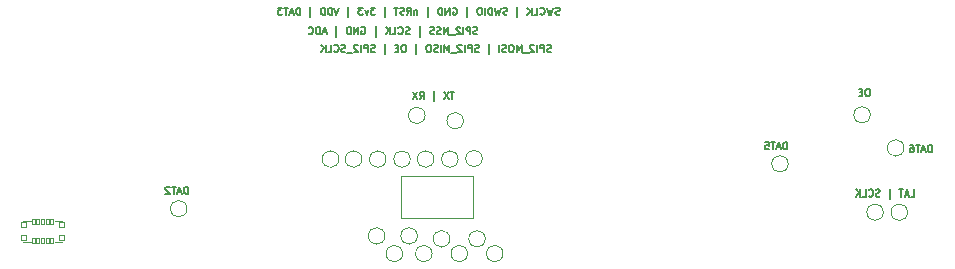
<source format=gbr>
%TF.GenerationSoftware,KiCad,Pcbnew,7.0.6*%
%TF.CreationDate,2023-07-18T02:13:15+02:00*%
%TF.ProjectId,ledboad,6c656462-6f61-4642-9e6b-696361645f70,rev?*%
%TF.SameCoordinates,Original*%
%TF.FileFunction,Legend,Bot*%
%TF.FilePolarity,Positive*%
%FSLAX46Y46*%
G04 Gerber Fmt 4.6, Leading zero omitted, Abs format (unit mm)*
G04 Created by KiCad (PCBNEW 7.0.6) date 2023-07-18 02:13:15*
%MOMM*%
%LPD*%
G01*
G04 APERTURE LIST*
G04 Aperture macros list*
%AMRoundRect*
0 Rectangle with rounded corners*
0 $1 Rounding radius*
0 $2 $3 $4 $5 $6 $7 $8 $9 X,Y pos of 4 corners*
0 Add a 4 corners polygon primitive as box body*
4,1,4,$2,$3,$4,$5,$6,$7,$8,$9,$2,$3,0*
0 Add four circle primitives for the rounded corners*
1,1,$1+$1,$2,$3*
1,1,$1+$1,$4,$5*
1,1,$1+$1,$6,$7*
1,1,$1+$1,$8,$9*
0 Add four rect primitives between the rounded corners*
20,1,$1+$1,$2,$3,$4,$5,0*
20,1,$1+$1,$4,$5,$6,$7,0*
20,1,$1+$1,$6,$7,$8,$9,0*
20,1,$1+$1,$8,$9,$2,$3,0*%
G04 Aperture macros list end*
%ADD10C,0.150000*%
%ADD11C,0.120000*%
%ADD12C,1.000000*%
%ADD13R,2.180000X1.600000*%
%ADD14RoundRect,0.023000X-0.092000X-0.227000X0.092000X-0.227000X0.092000X0.227000X-0.092000X0.227000X0*%
%ADD15RoundRect,0.022500X-0.202500X-0.227500X0.202500X-0.227500X0.202500X0.227500X-0.202500X0.227500X0*%
G04 APERTURE END LIST*
D10*
X123008458Y-42668771D02*
X123008458Y-42068771D01*
X123008458Y-42068771D02*
X122865601Y-42068771D01*
X122865601Y-42068771D02*
X122779887Y-42097342D01*
X122779887Y-42097342D02*
X122722744Y-42154485D01*
X122722744Y-42154485D02*
X122694173Y-42211628D01*
X122694173Y-42211628D02*
X122665601Y-42325914D01*
X122665601Y-42325914D02*
X122665601Y-42411628D01*
X122665601Y-42411628D02*
X122694173Y-42525914D01*
X122694173Y-42525914D02*
X122722744Y-42583057D01*
X122722744Y-42583057D02*
X122779887Y-42640200D01*
X122779887Y-42640200D02*
X122865601Y-42668771D01*
X122865601Y-42668771D02*
X123008458Y-42668771D01*
X122437030Y-42497342D02*
X122151316Y-42497342D01*
X122494173Y-42668771D02*
X122294173Y-42068771D01*
X122294173Y-42068771D02*
X122094173Y-42668771D01*
X121979887Y-42068771D02*
X121637030Y-42068771D01*
X121808458Y-42668771D02*
X121808458Y-42068771D01*
X121151315Y-42068771D02*
X121437029Y-42068771D01*
X121437029Y-42068771D02*
X121465601Y-42354485D01*
X121465601Y-42354485D02*
X121437029Y-42325914D01*
X121437029Y-42325914D02*
X121379887Y-42297342D01*
X121379887Y-42297342D02*
X121237029Y-42297342D01*
X121237029Y-42297342D02*
X121179887Y-42325914D01*
X121179887Y-42325914D02*
X121151315Y-42354485D01*
X121151315Y-42354485D02*
X121122744Y-42411628D01*
X121122744Y-42411628D02*
X121122744Y-42554485D01*
X121122744Y-42554485D02*
X121151315Y-42611628D01*
X121151315Y-42611628D02*
X121179887Y-42640200D01*
X121179887Y-42640200D02*
X121237029Y-42668771D01*
X121237029Y-42668771D02*
X121379887Y-42668771D01*
X121379887Y-42668771D02*
X121437029Y-42640200D01*
X121437029Y-42640200D02*
X121465601Y-42611628D01*
X103737030Y-31240200D02*
X103651316Y-31268771D01*
X103651316Y-31268771D02*
X103508458Y-31268771D01*
X103508458Y-31268771D02*
X103451316Y-31240200D01*
X103451316Y-31240200D02*
X103422744Y-31211628D01*
X103422744Y-31211628D02*
X103394173Y-31154485D01*
X103394173Y-31154485D02*
X103394173Y-31097342D01*
X103394173Y-31097342D02*
X103422744Y-31040200D01*
X103422744Y-31040200D02*
X103451316Y-31011628D01*
X103451316Y-31011628D02*
X103508458Y-30983057D01*
X103508458Y-30983057D02*
X103622744Y-30954485D01*
X103622744Y-30954485D02*
X103679887Y-30925914D01*
X103679887Y-30925914D02*
X103708458Y-30897342D01*
X103708458Y-30897342D02*
X103737030Y-30840200D01*
X103737030Y-30840200D02*
X103737030Y-30783057D01*
X103737030Y-30783057D02*
X103708458Y-30725914D01*
X103708458Y-30725914D02*
X103679887Y-30697342D01*
X103679887Y-30697342D02*
X103622744Y-30668771D01*
X103622744Y-30668771D02*
X103479887Y-30668771D01*
X103479887Y-30668771D02*
X103394173Y-30697342D01*
X103194172Y-30668771D02*
X103051315Y-31268771D01*
X103051315Y-31268771D02*
X102937029Y-30840200D01*
X102937029Y-30840200D02*
X102822744Y-31268771D01*
X102822744Y-31268771D02*
X102679887Y-30668771D01*
X102108458Y-31211628D02*
X102137030Y-31240200D01*
X102137030Y-31240200D02*
X102222744Y-31268771D01*
X102222744Y-31268771D02*
X102279887Y-31268771D01*
X102279887Y-31268771D02*
X102365601Y-31240200D01*
X102365601Y-31240200D02*
X102422744Y-31183057D01*
X102422744Y-31183057D02*
X102451315Y-31125914D01*
X102451315Y-31125914D02*
X102479887Y-31011628D01*
X102479887Y-31011628D02*
X102479887Y-30925914D01*
X102479887Y-30925914D02*
X102451315Y-30811628D01*
X102451315Y-30811628D02*
X102422744Y-30754485D01*
X102422744Y-30754485D02*
X102365601Y-30697342D01*
X102365601Y-30697342D02*
X102279887Y-30668771D01*
X102279887Y-30668771D02*
X102222744Y-30668771D01*
X102222744Y-30668771D02*
X102137030Y-30697342D01*
X102137030Y-30697342D02*
X102108458Y-30725914D01*
X101565601Y-31268771D02*
X101851315Y-31268771D01*
X101851315Y-31268771D02*
X101851315Y-30668771D01*
X101365601Y-31268771D02*
X101365601Y-30668771D01*
X101022744Y-31268771D02*
X101279887Y-30925914D01*
X101022744Y-30668771D02*
X101365601Y-31011628D01*
X100165601Y-31468771D02*
X100165601Y-30611628D01*
X99308458Y-31240200D02*
X99222744Y-31268771D01*
X99222744Y-31268771D02*
X99079886Y-31268771D01*
X99079886Y-31268771D02*
X99022744Y-31240200D01*
X99022744Y-31240200D02*
X98994172Y-31211628D01*
X98994172Y-31211628D02*
X98965601Y-31154485D01*
X98965601Y-31154485D02*
X98965601Y-31097342D01*
X98965601Y-31097342D02*
X98994172Y-31040200D01*
X98994172Y-31040200D02*
X99022744Y-31011628D01*
X99022744Y-31011628D02*
X99079886Y-30983057D01*
X99079886Y-30983057D02*
X99194172Y-30954485D01*
X99194172Y-30954485D02*
X99251315Y-30925914D01*
X99251315Y-30925914D02*
X99279886Y-30897342D01*
X99279886Y-30897342D02*
X99308458Y-30840200D01*
X99308458Y-30840200D02*
X99308458Y-30783057D01*
X99308458Y-30783057D02*
X99279886Y-30725914D01*
X99279886Y-30725914D02*
X99251315Y-30697342D01*
X99251315Y-30697342D02*
X99194172Y-30668771D01*
X99194172Y-30668771D02*
X99051315Y-30668771D01*
X99051315Y-30668771D02*
X98965601Y-30697342D01*
X98765600Y-30668771D02*
X98622743Y-31268771D01*
X98622743Y-31268771D02*
X98508457Y-30840200D01*
X98508457Y-30840200D02*
X98394172Y-31268771D01*
X98394172Y-31268771D02*
X98251315Y-30668771D01*
X98022743Y-31268771D02*
X98022743Y-30668771D01*
X98022743Y-30668771D02*
X97879886Y-30668771D01*
X97879886Y-30668771D02*
X97794172Y-30697342D01*
X97794172Y-30697342D02*
X97737029Y-30754485D01*
X97737029Y-30754485D02*
X97708458Y-30811628D01*
X97708458Y-30811628D02*
X97679886Y-30925914D01*
X97679886Y-30925914D02*
X97679886Y-31011628D01*
X97679886Y-31011628D02*
X97708458Y-31125914D01*
X97708458Y-31125914D02*
X97737029Y-31183057D01*
X97737029Y-31183057D02*
X97794172Y-31240200D01*
X97794172Y-31240200D02*
X97879886Y-31268771D01*
X97879886Y-31268771D02*
X98022743Y-31268771D01*
X97422743Y-31268771D02*
X97422743Y-30668771D01*
X97022744Y-30668771D02*
X96908458Y-30668771D01*
X96908458Y-30668771D02*
X96851315Y-30697342D01*
X96851315Y-30697342D02*
X96794172Y-30754485D01*
X96794172Y-30754485D02*
X96765601Y-30868771D01*
X96765601Y-30868771D02*
X96765601Y-31068771D01*
X96765601Y-31068771D02*
X96794172Y-31183057D01*
X96794172Y-31183057D02*
X96851315Y-31240200D01*
X96851315Y-31240200D02*
X96908458Y-31268771D01*
X96908458Y-31268771D02*
X97022744Y-31268771D01*
X97022744Y-31268771D02*
X97079887Y-31240200D01*
X97079887Y-31240200D02*
X97137029Y-31183057D01*
X97137029Y-31183057D02*
X97165601Y-31068771D01*
X97165601Y-31068771D02*
X97165601Y-30868771D01*
X97165601Y-30868771D02*
X97137029Y-30754485D01*
X97137029Y-30754485D02*
X97079887Y-30697342D01*
X97079887Y-30697342D02*
X97022744Y-30668771D01*
X95908458Y-31468771D02*
X95908458Y-30611628D01*
X94708458Y-30697342D02*
X94765601Y-30668771D01*
X94765601Y-30668771D02*
X94851315Y-30668771D01*
X94851315Y-30668771D02*
X94937029Y-30697342D01*
X94937029Y-30697342D02*
X94994172Y-30754485D01*
X94994172Y-30754485D02*
X95022743Y-30811628D01*
X95022743Y-30811628D02*
X95051315Y-30925914D01*
X95051315Y-30925914D02*
X95051315Y-31011628D01*
X95051315Y-31011628D02*
X95022743Y-31125914D01*
X95022743Y-31125914D02*
X94994172Y-31183057D01*
X94994172Y-31183057D02*
X94937029Y-31240200D01*
X94937029Y-31240200D02*
X94851315Y-31268771D01*
X94851315Y-31268771D02*
X94794172Y-31268771D01*
X94794172Y-31268771D02*
X94708458Y-31240200D01*
X94708458Y-31240200D02*
X94679886Y-31211628D01*
X94679886Y-31211628D02*
X94679886Y-31011628D01*
X94679886Y-31011628D02*
X94794172Y-31011628D01*
X94422743Y-31268771D02*
X94422743Y-30668771D01*
X94422743Y-30668771D02*
X94079886Y-31268771D01*
X94079886Y-31268771D02*
X94079886Y-30668771D01*
X93794172Y-31268771D02*
X93794172Y-30668771D01*
X93794172Y-30668771D02*
X93651315Y-30668771D01*
X93651315Y-30668771D02*
X93565601Y-30697342D01*
X93565601Y-30697342D02*
X93508458Y-30754485D01*
X93508458Y-30754485D02*
X93479887Y-30811628D01*
X93479887Y-30811628D02*
X93451315Y-30925914D01*
X93451315Y-30925914D02*
X93451315Y-31011628D01*
X93451315Y-31011628D02*
X93479887Y-31125914D01*
X93479887Y-31125914D02*
X93508458Y-31183057D01*
X93508458Y-31183057D02*
X93565601Y-31240200D01*
X93565601Y-31240200D02*
X93651315Y-31268771D01*
X93651315Y-31268771D02*
X93794172Y-31268771D01*
X92594172Y-31468771D02*
X92594172Y-30611628D01*
X91708457Y-30868771D02*
X91708457Y-31268771D01*
X91708457Y-30925914D02*
X91679886Y-30897342D01*
X91679886Y-30897342D02*
X91622743Y-30868771D01*
X91622743Y-30868771D02*
X91537029Y-30868771D01*
X91537029Y-30868771D02*
X91479886Y-30897342D01*
X91479886Y-30897342D02*
X91451315Y-30954485D01*
X91451315Y-30954485D02*
X91451315Y-31268771D01*
X90822743Y-31268771D02*
X91022743Y-30983057D01*
X91165600Y-31268771D02*
X91165600Y-30668771D01*
X91165600Y-30668771D02*
X90937029Y-30668771D01*
X90937029Y-30668771D02*
X90879886Y-30697342D01*
X90879886Y-30697342D02*
X90851315Y-30725914D01*
X90851315Y-30725914D02*
X90822743Y-30783057D01*
X90822743Y-30783057D02*
X90822743Y-30868771D01*
X90822743Y-30868771D02*
X90851315Y-30925914D01*
X90851315Y-30925914D02*
X90879886Y-30954485D01*
X90879886Y-30954485D02*
X90937029Y-30983057D01*
X90937029Y-30983057D02*
X91165600Y-30983057D01*
X90594172Y-31240200D02*
X90508458Y-31268771D01*
X90508458Y-31268771D02*
X90365600Y-31268771D01*
X90365600Y-31268771D02*
X90308458Y-31240200D01*
X90308458Y-31240200D02*
X90279886Y-31211628D01*
X90279886Y-31211628D02*
X90251315Y-31154485D01*
X90251315Y-31154485D02*
X90251315Y-31097342D01*
X90251315Y-31097342D02*
X90279886Y-31040200D01*
X90279886Y-31040200D02*
X90308458Y-31011628D01*
X90308458Y-31011628D02*
X90365600Y-30983057D01*
X90365600Y-30983057D02*
X90479886Y-30954485D01*
X90479886Y-30954485D02*
X90537029Y-30925914D01*
X90537029Y-30925914D02*
X90565600Y-30897342D01*
X90565600Y-30897342D02*
X90594172Y-30840200D01*
X90594172Y-30840200D02*
X90594172Y-30783057D01*
X90594172Y-30783057D02*
X90565600Y-30725914D01*
X90565600Y-30725914D02*
X90537029Y-30697342D01*
X90537029Y-30697342D02*
X90479886Y-30668771D01*
X90479886Y-30668771D02*
X90337029Y-30668771D01*
X90337029Y-30668771D02*
X90251315Y-30697342D01*
X90079886Y-30668771D02*
X89737029Y-30668771D01*
X89908457Y-31268771D02*
X89908457Y-30668771D01*
X88937028Y-31468771D02*
X88937028Y-30611628D01*
X88108456Y-30668771D02*
X87737028Y-30668771D01*
X87737028Y-30668771D02*
X87937028Y-30897342D01*
X87937028Y-30897342D02*
X87851313Y-30897342D01*
X87851313Y-30897342D02*
X87794171Y-30925914D01*
X87794171Y-30925914D02*
X87765599Y-30954485D01*
X87765599Y-30954485D02*
X87737028Y-31011628D01*
X87737028Y-31011628D02*
X87737028Y-31154485D01*
X87737028Y-31154485D02*
X87765599Y-31211628D01*
X87765599Y-31211628D02*
X87794171Y-31240200D01*
X87794171Y-31240200D02*
X87851313Y-31268771D01*
X87851313Y-31268771D02*
X88022742Y-31268771D01*
X88022742Y-31268771D02*
X88079885Y-31240200D01*
X88079885Y-31240200D02*
X88108456Y-31211628D01*
X87537027Y-30868771D02*
X87394170Y-31268771D01*
X87394170Y-31268771D02*
X87251313Y-30868771D01*
X87079884Y-30668771D02*
X86708456Y-30668771D01*
X86708456Y-30668771D02*
X86908456Y-30897342D01*
X86908456Y-30897342D02*
X86822741Y-30897342D01*
X86822741Y-30897342D02*
X86765599Y-30925914D01*
X86765599Y-30925914D02*
X86737027Y-30954485D01*
X86737027Y-30954485D02*
X86708456Y-31011628D01*
X86708456Y-31011628D02*
X86708456Y-31154485D01*
X86708456Y-31154485D02*
X86737027Y-31211628D01*
X86737027Y-31211628D02*
X86765599Y-31240200D01*
X86765599Y-31240200D02*
X86822741Y-31268771D01*
X86822741Y-31268771D02*
X86994170Y-31268771D01*
X86994170Y-31268771D02*
X87051313Y-31240200D01*
X87051313Y-31240200D02*
X87079884Y-31211628D01*
X85851312Y-31468771D02*
X85851312Y-30611628D01*
X85051312Y-30668771D02*
X84851312Y-31268771D01*
X84851312Y-31268771D02*
X84651312Y-30668771D01*
X84451311Y-31268771D02*
X84451311Y-30668771D01*
X84451311Y-30668771D02*
X84308454Y-30668771D01*
X84308454Y-30668771D02*
X84222740Y-30697342D01*
X84222740Y-30697342D02*
X84165597Y-30754485D01*
X84165597Y-30754485D02*
X84137026Y-30811628D01*
X84137026Y-30811628D02*
X84108454Y-30925914D01*
X84108454Y-30925914D02*
X84108454Y-31011628D01*
X84108454Y-31011628D02*
X84137026Y-31125914D01*
X84137026Y-31125914D02*
X84165597Y-31183057D01*
X84165597Y-31183057D02*
X84222740Y-31240200D01*
X84222740Y-31240200D02*
X84308454Y-31268771D01*
X84308454Y-31268771D02*
X84451311Y-31268771D01*
X83851311Y-31268771D02*
X83851311Y-30668771D01*
X83851311Y-30668771D02*
X83708454Y-30668771D01*
X83708454Y-30668771D02*
X83622740Y-30697342D01*
X83622740Y-30697342D02*
X83565597Y-30754485D01*
X83565597Y-30754485D02*
X83537026Y-30811628D01*
X83537026Y-30811628D02*
X83508454Y-30925914D01*
X83508454Y-30925914D02*
X83508454Y-31011628D01*
X83508454Y-31011628D02*
X83537026Y-31125914D01*
X83537026Y-31125914D02*
X83565597Y-31183057D01*
X83565597Y-31183057D02*
X83622740Y-31240200D01*
X83622740Y-31240200D02*
X83708454Y-31268771D01*
X83708454Y-31268771D02*
X83851311Y-31268771D01*
X82651311Y-31468771D02*
X82651311Y-30611628D01*
X81765596Y-31268771D02*
X81765596Y-30668771D01*
X81765596Y-30668771D02*
X81622739Y-30668771D01*
X81622739Y-30668771D02*
X81537025Y-30697342D01*
X81537025Y-30697342D02*
X81479882Y-30754485D01*
X81479882Y-30754485D02*
X81451311Y-30811628D01*
X81451311Y-30811628D02*
X81422739Y-30925914D01*
X81422739Y-30925914D02*
X81422739Y-31011628D01*
X81422739Y-31011628D02*
X81451311Y-31125914D01*
X81451311Y-31125914D02*
X81479882Y-31183057D01*
X81479882Y-31183057D02*
X81537025Y-31240200D01*
X81537025Y-31240200D02*
X81622739Y-31268771D01*
X81622739Y-31268771D02*
X81765596Y-31268771D01*
X81194168Y-31097342D02*
X80908454Y-31097342D01*
X81251311Y-31268771D02*
X81051311Y-30668771D01*
X81051311Y-30668771D02*
X80851311Y-31268771D01*
X80737025Y-30668771D02*
X80394168Y-30668771D01*
X80565596Y-31268771D02*
X80565596Y-30668771D01*
X80251310Y-30668771D02*
X79879882Y-30668771D01*
X79879882Y-30668771D02*
X80079882Y-30897342D01*
X80079882Y-30897342D02*
X79994167Y-30897342D01*
X79994167Y-30897342D02*
X79937025Y-30925914D01*
X79937025Y-30925914D02*
X79908453Y-30954485D01*
X79908453Y-30954485D02*
X79879882Y-31011628D01*
X79879882Y-31011628D02*
X79879882Y-31154485D01*
X79879882Y-31154485D02*
X79908453Y-31211628D01*
X79908453Y-31211628D02*
X79937025Y-31240200D01*
X79937025Y-31240200D02*
X79994167Y-31268771D01*
X79994167Y-31268771D02*
X80165596Y-31268771D01*
X80165596Y-31268771D02*
X80222739Y-31240200D01*
X80222739Y-31240200D02*
X80251310Y-31211628D01*
X94844173Y-37818771D02*
X94501316Y-37818771D01*
X94672744Y-38418771D02*
X94672744Y-37818771D01*
X94358458Y-37818771D02*
X93958458Y-38418771D01*
X93958458Y-37818771D02*
X94358458Y-38418771D01*
X93129886Y-38618771D02*
X93129886Y-37761628D01*
X91901314Y-38418771D02*
X92101314Y-38133057D01*
X92244171Y-38418771D02*
X92244171Y-37818771D01*
X92244171Y-37818771D02*
X92015600Y-37818771D01*
X92015600Y-37818771D02*
X91958457Y-37847342D01*
X91958457Y-37847342D02*
X91929886Y-37875914D01*
X91929886Y-37875914D02*
X91901314Y-37933057D01*
X91901314Y-37933057D02*
X91901314Y-38018771D01*
X91901314Y-38018771D02*
X91929886Y-38075914D01*
X91929886Y-38075914D02*
X91958457Y-38104485D01*
X91958457Y-38104485D02*
X92015600Y-38133057D01*
X92015600Y-38133057D02*
X92244171Y-38133057D01*
X91701314Y-37818771D02*
X91301314Y-38418771D01*
X91301314Y-37818771D02*
X91701314Y-38418771D01*
X133472744Y-46668771D02*
X133758458Y-46668771D01*
X133758458Y-46668771D02*
X133758458Y-46068771D01*
X133301316Y-46497342D02*
X133015602Y-46497342D01*
X133358459Y-46668771D02*
X133158459Y-46068771D01*
X133158459Y-46068771D02*
X132958459Y-46668771D01*
X132844173Y-46068771D02*
X132501316Y-46068771D01*
X132672744Y-46668771D02*
X132672744Y-46068771D01*
X131701315Y-46868771D02*
X131701315Y-46011628D01*
X130844172Y-46640200D02*
X130758458Y-46668771D01*
X130758458Y-46668771D02*
X130615600Y-46668771D01*
X130615600Y-46668771D02*
X130558458Y-46640200D01*
X130558458Y-46640200D02*
X130529886Y-46611628D01*
X130529886Y-46611628D02*
X130501315Y-46554485D01*
X130501315Y-46554485D02*
X130501315Y-46497342D01*
X130501315Y-46497342D02*
X130529886Y-46440200D01*
X130529886Y-46440200D02*
X130558458Y-46411628D01*
X130558458Y-46411628D02*
X130615600Y-46383057D01*
X130615600Y-46383057D02*
X130729886Y-46354485D01*
X130729886Y-46354485D02*
X130787029Y-46325914D01*
X130787029Y-46325914D02*
X130815600Y-46297342D01*
X130815600Y-46297342D02*
X130844172Y-46240200D01*
X130844172Y-46240200D02*
X130844172Y-46183057D01*
X130844172Y-46183057D02*
X130815600Y-46125914D01*
X130815600Y-46125914D02*
X130787029Y-46097342D01*
X130787029Y-46097342D02*
X130729886Y-46068771D01*
X130729886Y-46068771D02*
X130587029Y-46068771D01*
X130587029Y-46068771D02*
X130501315Y-46097342D01*
X129901314Y-46611628D02*
X129929886Y-46640200D01*
X129929886Y-46640200D02*
X130015600Y-46668771D01*
X130015600Y-46668771D02*
X130072743Y-46668771D01*
X130072743Y-46668771D02*
X130158457Y-46640200D01*
X130158457Y-46640200D02*
X130215600Y-46583057D01*
X130215600Y-46583057D02*
X130244171Y-46525914D01*
X130244171Y-46525914D02*
X130272743Y-46411628D01*
X130272743Y-46411628D02*
X130272743Y-46325914D01*
X130272743Y-46325914D02*
X130244171Y-46211628D01*
X130244171Y-46211628D02*
X130215600Y-46154485D01*
X130215600Y-46154485D02*
X130158457Y-46097342D01*
X130158457Y-46097342D02*
X130072743Y-46068771D01*
X130072743Y-46068771D02*
X130015600Y-46068771D01*
X130015600Y-46068771D02*
X129929886Y-46097342D01*
X129929886Y-46097342D02*
X129901314Y-46125914D01*
X129358457Y-46668771D02*
X129644171Y-46668771D01*
X129644171Y-46668771D02*
X129644171Y-46068771D01*
X129158457Y-46668771D02*
X129158457Y-46068771D01*
X128815600Y-46668771D02*
X129072743Y-46325914D01*
X128815600Y-46068771D02*
X129158457Y-46411628D01*
X129894173Y-37568771D02*
X129779887Y-37568771D01*
X129779887Y-37568771D02*
X129722744Y-37597342D01*
X129722744Y-37597342D02*
X129665601Y-37654485D01*
X129665601Y-37654485D02*
X129637030Y-37768771D01*
X129637030Y-37768771D02*
X129637030Y-37968771D01*
X129637030Y-37968771D02*
X129665601Y-38083057D01*
X129665601Y-38083057D02*
X129722744Y-38140200D01*
X129722744Y-38140200D02*
X129779887Y-38168771D01*
X129779887Y-38168771D02*
X129894173Y-38168771D01*
X129894173Y-38168771D02*
X129951316Y-38140200D01*
X129951316Y-38140200D02*
X130008458Y-38083057D01*
X130008458Y-38083057D02*
X130037030Y-37968771D01*
X130037030Y-37968771D02*
X130037030Y-37768771D01*
X130037030Y-37768771D02*
X130008458Y-37654485D01*
X130008458Y-37654485D02*
X129951316Y-37597342D01*
X129951316Y-37597342D02*
X129894173Y-37568771D01*
X129379887Y-37854485D02*
X129179887Y-37854485D01*
X129094173Y-38168771D02*
X129379887Y-38168771D01*
X129379887Y-38168771D02*
X129379887Y-37568771D01*
X129379887Y-37568771D02*
X129094173Y-37568771D01*
X96787030Y-32890200D02*
X96701316Y-32918771D01*
X96701316Y-32918771D02*
X96558458Y-32918771D01*
X96558458Y-32918771D02*
X96501316Y-32890200D01*
X96501316Y-32890200D02*
X96472744Y-32861628D01*
X96472744Y-32861628D02*
X96444173Y-32804485D01*
X96444173Y-32804485D02*
X96444173Y-32747342D01*
X96444173Y-32747342D02*
X96472744Y-32690200D01*
X96472744Y-32690200D02*
X96501316Y-32661628D01*
X96501316Y-32661628D02*
X96558458Y-32633057D01*
X96558458Y-32633057D02*
X96672744Y-32604485D01*
X96672744Y-32604485D02*
X96729887Y-32575914D01*
X96729887Y-32575914D02*
X96758458Y-32547342D01*
X96758458Y-32547342D02*
X96787030Y-32490200D01*
X96787030Y-32490200D02*
X96787030Y-32433057D01*
X96787030Y-32433057D02*
X96758458Y-32375914D01*
X96758458Y-32375914D02*
X96729887Y-32347342D01*
X96729887Y-32347342D02*
X96672744Y-32318771D01*
X96672744Y-32318771D02*
X96529887Y-32318771D01*
X96529887Y-32318771D02*
X96444173Y-32347342D01*
X96187029Y-32918771D02*
X96187029Y-32318771D01*
X96187029Y-32318771D02*
X95958458Y-32318771D01*
X95958458Y-32318771D02*
X95901315Y-32347342D01*
X95901315Y-32347342D02*
X95872744Y-32375914D01*
X95872744Y-32375914D02*
X95844172Y-32433057D01*
X95844172Y-32433057D02*
X95844172Y-32518771D01*
X95844172Y-32518771D02*
X95872744Y-32575914D01*
X95872744Y-32575914D02*
X95901315Y-32604485D01*
X95901315Y-32604485D02*
X95958458Y-32633057D01*
X95958458Y-32633057D02*
X96187029Y-32633057D01*
X95587029Y-32918771D02*
X95587029Y-32318771D01*
X95329887Y-32375914D02*
X95301315Y-32347342D01*
X95301315Y-32347342D02*
X95244173Y-32318771D01*
X95244173Y-32318771D02*
X95101315Y-32318771D01*
X95101315Y-32318771D02*
X95044173Y-32347342D01*
X95044173Y-32347342D02*
X95015601Y-32375914D01*
X95015601Y-32375914D02*
X94987030Y-32433057D01*
X94987030Y-32433057D02*
X94987030Y-32490200D01*
X94987030Y-32490200D02*
X95015601Y-32575914D01*
X95015601Y-32575914D02*
X95358458Y-32918771D01*
X95358458Y-32918771D02*
X94987030Y-32918771D01*
X94872744Y-32975914D02*
X94415601Y-32975914D01*
X94272743Y-32918771D02*
X94272743Y-32318771D01*
X94272743Y-32318771D02*
X93929886Y-32918771D01*
X93929886Y-32918771D02*
X93929886Y-32318771D01*
X93672744Y-32890200D02*
X93587030Y-32918771D01*
X93587030Y-32918771D02*
X93444172Y-32918771D01*
X93444172Y-32918771D02*
X93387030Y-32890200D01*
X93387030Y-32890200D02*
X93358458Y-32861628D01*
X93358458Y-32861628D02*
X93329887Y-32804485D01*
X93329887Y-32804485D02*
X93329887Y-32747342D01*
X93329887Y-32747342D02*
X93358458Y-32690200D01*
X93358458Y-32690200D02*
X93387030Y-32661628D01*
X93387030Y-32661628D02*
X93444172Y-32633057D01*
X93444172Y-32633057D02*
X93558458Y-32604485D01*
X93558458Y-32604485D02*
X93615601Y-32575914D01*
X93615601Y-32575914D02*
X93644172Y-32547342D01*
X93644172Y-32547342D02*
X93672744Y-32490200D01*
X93672744Y-32490200D02*
X93672744Y-32433057D01*
X93672744Y-32433057D02*
X93644172Y-32375914D01*
X93644172Y-32375914D02*
X93615601Y-32347342D01*
X93615601Y-32347342D02*
X93558458Y-32318771D01*
X93558458Y-32318771D02*
X93415601Y-32318771D01*
X93415601Y-32318771D02*
X93329887Y-32347342D01*
X93101315Y-32890200D02*
X93015601Y-32918771D01*
X93015601Y-32918771D02*
X92872743Y-32918771D01*
X92872743Y-32918771D02*
X92815601Y-32890200D01*
X92815601Y-32890200D02*
X92787029Y-32861628D01*
X92787029Y-32861628D02*
X92758458Y-32804485D01*
X92758458Y-32804485D02*
X92758458Y-32747342D01*
X92758458Y-32747342D02*
X92787029Y-32690200D01*
X92787029Y-32690200D02*
X92815601Y-32661628D01*
X92815601Y-32661628D02*
X92872743Y-32633057D01*
X92872743Y-32633057D02*
X92987029Y-32604485D01*
X92987029Y-32604485D02*
X93044172Y-32575914D01*
X93044172Y-32575914D02*
X93072743Y-32547342D01*
X93072743Y-32547342D02*
X93101315Y-32490200D01*
X93101315Y-32490200D02*
X93101315Y-32433057D01*
X93101315Y-32433057D02*
X93072743Y-32375914D01*
X93072743Y-32375914D02*
X93044172Y-32347342D01*
X93044172Y-32347342D02*
X92987029Y-32318771D01*
X92987029Y-32318771D02*
X92844172Y-32318771D01*
X92844172Y-32318771D02*
X92758458Y-32347342D01*
X91901314Y-33118771D02*
X91901314Y-32261628D01*
X91044171Y-32890200D02*
X90958457Y-32918771D01*
X90958457Y-32918771D02*
X90815599Y-32918771D01*
X90815599Y-32918771D02*
X90758457Y-32890200D01*
X90758457Y-32890200D02*
X90729885Y-32861628D01*
X90729885Y-32861628D02*
X90701314Y-32804485D01*
X90701314Y-32804485D02*
X90701314Y-32747342D01*
X90701314Y-32747342D02*
X90729885Y-32690200D01*
X90729885Y-32690200D02*
X90758457Y-32661628D01*
X90758457Y-32661628D02*
X90815599Y-32633057D01*
X90815599Y-32633057D02*
X90929885Y-32604485D01*
X90929885Y-32604485D02*
X90987028Y-32575914D01*
X90987028Y-32575914D02*
X91015599Y-32547342D01*
X91015599Y-32547342D02*
X91044171Y-32490200D01*
X91044171Y-32490200D02*
X91044171Y-32433057D01*
X91044171Y-32433057D02*
X91015599Y-32375914D01*
X91015599Y-32375914D02*
X90987028Y-32347342D01*
X90987028Y-32347342D02*
X90929885Y-32318771D01*
X90929885Y-32318771D02*
X90787028Y-32318771D01*
X90787028Y-32318771D02*
X90701314Y-32347342D01*
X90101313Y-32861628D02*
X90129885Y-32890200D01*
X90129885Y-32890200D02*
X90215599Y-32918771D01*
X90215599Y-32918771D02*
X90272742Y-32918771D01*
X90272742Y-32918771D02*
X90358456Y-32890200D01*
X90358456Y-32890200D02*
X90415599Y-32833057D01*
X90415599Y-32833057D02*
X90444170Y-32775914D01*
X90444170Y-32775914D02*
X90472742Y-32661628D01*
X90472742Y-32661628D02*
X90472742Y-32575914D01*
X90472742Y-32575914D02*
X90444170Y-32461628D01*
X90444170Y-32461628D02*
X90415599Y-32404485D01*
X90415599Y-32404485D02*
X90358456Y-32347342D01*
X90358456Y-32347342D02*
X90272742Y-32318771D01*
X90272742Y-32318771D02*
X90215599Y-32318771D01*
X90215599Y-32318771D02*
X90129885Y-32347342D01*
X90129885Y-32347342D02*
X90101313Y-32375914D01*
X89558456Y-32918771D02*
X89844170Y-32918771D01*
X89844170Y-32918771D02*
X89844170Y-32318771D01*
X89358456Y-32918771D02*
X89358456Y-32318771D01*
X89015599Y-32918771D02*
X89272742Y-32575914D01*
X89015599Y-32318771D02*
X89358456Y-32661628D01*
X88158456Y-33118771D02*
X88158456Y-32261628D01*
X86958456Y-32347342D02*
X87015599Y-32318771D01*
X87015599Y-32318771D02*
X87101313Y-32318771D01*
X87101313Y-32318771D02*
X87187027Y-32347342D01*
X87187027Y-32347342D02*
X87244170Y-32404485D01*
X87244170Y-32404485D02*
X87272741Y-32461628D01*
X87272741Y-32461628D02*
X87301313Y-32575914D01*
X87301313Y-32575914D02*
X87301313Y-32661628D01*
X87301313Y-32661628D02*
X87272741Y-32775914D01*
X87272741Y-32775914D02*
X87244170Y-32833057D01*
X87244170Y-32833057D02*
X87187027Y-32890200D01*
X87187027Y-32890200D02*
X87101313Y-32918771D01*
X87101313Y-32918771D02*
X87044170Y-32918771D01*
X87044170Y-32918771D02*
X86958456Y-32890200D01*
X86958456Y-32890200D02*
X86929884Y-32861628D01*
X86929884Y-32861628D02*
X86929884Y-32661628D01*
X86929884Y-32661628D02*
X87044170Y-32661628D01*
X86672741Y-32918771D02*
X86672741Y-32318771D01*
X86672741Y-32318771D02*
X86329884Y-32918771D01*
X86329884Y-32918771D02*
X86329884Y-32318771D01*
X86044170Y-32918771D02*
X86044170Y-32318771D01*
X86044170Y-32318771D02*
X85901313Y-32318771D01*
X85901313Y-32318771D02*
X85815599Y-32347342D01*
X85815599Y-32347342D02*
X85758456Y-32404485D01*
X85758456Y-32404485D02*
X85729885Y-32461628D01*
X85729885Y-32461628D02*
X85701313Y-32575914D01*
X85701313Y-32575914D02*
X85701313Y-32661628D01*
X85701313Y-32661628D02*
X85729885Y-32775914D01*
X85729885Y-32775914D02*
X85758456Y-32833057D01*
X85758456Y-32833057D02*
X85815599Y-32890200D01*
X85815599Y-32890200D02*
X85901313Y-32918771D01*
X85901313Y-32918771D02*
X86044170Y-32918771D01*
X84844170Y-33118771D02*
X84844170Y-32261628D01*
X83987027Y-32747342D02*
X83701313Y-32747342D01*
X84044170Y-32918771D02*
X83844170Y-32318771D01*
X83844170Y-32318771D02*
X83644170Y-32918771D01*
X83444169Y-32918771D02*
X83444169Y-32318771D01*
X83444169Y-32318771D02*
X83301312Y-32318771D01*
X83301312Y-32318771D02*
X83215598Y-32347342D01*
X83215598Y-32347342D02*
X83158455Y-32404485D01*
X83158455Y-32404485D02*
X83129884Y-32461628D01*
X83129884Y-32461628D02*
X83101312Y-32575914D01*
X83101312Y-32575914D02*
X83101312Y-32661628D01*
X83101312Y-32661628D02*
X83129884Y-32775914D01*
X83129884Y-32775914D02*
X83158455Y-32833057D01*
X83158455Y-32833057D02*
X83215598Y-32890200D01*
X83215598Y-32890200D02*
X83301312Y-32918771D01*
X83301312Y-32918771D02*
X83444169Y-32918771D01*
X82501312Y-32861628D02*
X82529884Y-32890200D01*
X82529884Y-32890200D02*
X82615598Y-32918771D01*
X82615598Y-32918771D02*
X82672741Y-32918771D01*
X82672741Y-32918771D02*
X82758455Y-32890200D01*
X82758455Y-32890200D02*
X82815598Y-32833057D01*
X82815598Y-32833057D02*
X82844169Y-32775914D01*
X82844169Y-32775914D02*
X82872741Y-32661628D01*
X82872741Y-32661628D02*
X82872741Y-32575914D01*
X82872741Y-32575914D02*
X82844169Y-32461628D01*
X82844169Y-32461628D02*
X82815598Y-32404485D01*
X82815598Y-32404485D02*
X82758455Y-32347342D01*
X82758455Y-32347342D02*
X82672741Y-32318771D01*
X82672741Y-32318771D02*
X82615598Y-32318771D01*
X82615598Y-32318771D02*
X82529884Y-32347342D01*
X82529884Y-32347342D02*
X82501312Y-32375914D01*
X72258458Y-46418771D02*
X72258458Y-45818771D01*
X72258458Y-45818771D02*
X72115601Y-45818771D01*
X72115601Y-45818771D02*
X72029887Y-45847342D01*
X72029887Y-45847342D02*
X71972744Y-45904485D01*
X71972744Y-45904485D02*
X71944173Y-45961628D01*
X71944173Y-45961628D02*
X71915601Y-46075914D01*
X71915601Y-46075914D02*
X71915601Y-46161628D01*
X71915601Y-46161628D02*
X71944173Y-46275914D01*
X71944173Y-46275914D02*
X71972744Y-46333057D01*
X71972744Y-46333057D02*
X72029887Y-46390200D01*
X72029887Y-46390200D02*
X72115601Y-46418771D01*
X72115601Y-46418771D02*
X72258458Y-46418771D01*
X71687030Y-46247342D02*
X71401316Y-46247342D01*
X71744173Y-46418771D02*
X71544173Y-45818771D01*
X71544173Y-45818771D02*
X71344173Y-46418771D01*
X71229887Y-45818771D02*
X70887030Y-45818771D01*
X71058458Y-46418771D02*
X71058458Y-45818771D01*
X70715601Y-45875914D02*
X70687029Y-45847342D01*
X70687029Y-45847342D02*
X70629887Y-45818771D01*
X70629887Y-45818771D02*
X70487029Y-45818771D01*
X70487029Y-45818771D02*
X70429887Y-45847342D01*
X70429887Y-45847342D02*
X70401315Y-45875914D01*
X70401315Y-45875914D02*
X70372744Y-45933057D01*
X70372744Y-45933057D02*
X70372744Y-45990200D01*
X70372744Y-45990200D02*
X70401315Y-46075914D01*
X70401315Y-46075914D02*
X70744172Y-46418771D01*
X70744172Y-46418771D02*
X70372744Y-46418771D01*
X103037030Y-34390200D02*
X102951316Y-34418771D01*
X102951316Y-34418771D02*
X102808458Y-34418771D01*
X102808458Y-34418771D02*
X102751316Y-34390200D01*
X102751316Y-34390200D02*
X102722744Y-34361628D01*
X102722744Y-34361628D02*
X102694173Y-34304485D01*
X102694173Y-34304485D02*
X102694173Y-34247342D01*
X102694173Y-34247342D02*
X102722744Y-34190200D01*
X102722744Y-34190200D02*
X102751316Y-34161628D01*
X102751316Y-34161628D02*
X102808458Y-34133057D01*
X102808458Y-34133057D02*
X102922744Y-34104485D01*
X102922744Y-34104485D02*
X102979887Y-34075914D01*
X102979887Y-34075914D02*
X103008458Y-34047342D01*
X103008458Y-34047342D02*
X103037030Y-33990200D01*
X103037030Y-33990200D02*
X103037030Y-33933057D01*
X103037030Y-33933057D02*
X103008458Y-33875914D01*
X103008458Y-33875914D02*
X102979887Y-33847342D01*
X102979887Y-33847342D02*
X102922744Y-33818771D01*
X102922744Y-33818771D02*
X102779887Y-33818771D01*
X102779887Y-33818771D02*
X102694173Y-33847342D01*
X102437029Y-34418771D02*
X102437029Y-33818771D01*
X102437029Y-33818771D02*
X102208458Y-33818771D01*
X102208458Y-33818771D02*
X102151315Y-33847342D01*
X102151315Y-33847342D02*
X102122744Y-33875914D01*
X102122744Y-33875914D02*
X102094172Y-33933057D01*
X102094172Y-33933057D02*
X102094172Y-34018771D01*
X102094172Y-34018771D02*
X102122744Y-34075914D01*
X102122744Y-34075914D02*
X102151315Y-34104485D01*
X102151315Y-34104485D02*
X102208458Y-34133057D01*
X102208458Y-34133057D02*
X102437029Y-34133057D01*
X101837029Y-34418771D02*
X101837029Y-33818771D01*
X101579887Y-33875914D02*
X101551315Y-33847342D01*
X101551315Y-33847342D02*
X101494173Y-33818771D01*
X101494173Y-33818771D02*
X101351315Y-33818771D01*
X101351315Y-33818771D02*
X101294173Y-33847342D01*
X101294173Y-33847342D02*
X101265601Y-33875914D01*
X101265601Y-33875914D02*
X101237030Y-33933057D01*
X101237030Y-33933057D02*
X101237030Y-33990200D01*
X101237030Y-33990200D02*
X101265601Y-34075914D01*
X101265601Y-34075914D02*
X101608458Y-34418771D01*
X101608458Y-34418771D02*
X101237030Y-34418771D01*
X101122744Y-34475914D02*
X100665601Y-34475914D01*
X100522743Y-34418771D02*
X100522743Y-33818771D01*
X100522743Y-33818771D02*
X100322743Y-34247342D01*
X100322743Y-34247342D02*
X100122743Y-33818771D01*
X100122743Y-33818771D02*
X100122743Y-34418771D01*
X99722744Y-33818771D02*
X99608458Y-33818771D01*
X99608458Y-33818771D02*
X99551315Y-33847342D01*
X99551315Y-33847342D02*
X99494172Y-33904485D01*
X99494172Y-33904485D02*
X99465601Y-34018771D01*
X99465601Y-34018771D02*
X99465601Y-34218771D01*
X99465601Y-34218771D02*
X99494172Y-34333057D01*
X99494172Y-34333057D02*
X99551315Y-34390200D01*
X99551315Y-34390200D02*
X99608458Y-34418771D01*
X99608458Y-34418771D02*
X99722744Y-34418771D01*
X99722744Y-34418771D02*
X99779887Y-34390200D01*
X99779887Y-34390200D02*
X99837029Y-34333057D01*
X99837029Y-34333057D02*
X99865601Y-34218771D01*
X99865601Y-34218771D02*
X99865601Y-34018771D01*
X99865601Y-34018771D02*
X99837029Y-33904485D01*
X99837029Y-33904485D02*
X99779887Y-33847342D01*
X99779887Y-33847342D02*
X99722744Y-33818771D01*
X99237030Y-34390200D02*
X99151316Y-34418771D01*
X99151316Y-34418771D02*
X99008458Y-34418771D01*
X99008458Y-34418771D02*
X98951316Y-34390200D01*
X98951316Y-34390200D02*
X98922744Y-34361628D01*
X98922744Y-34361628D02*
X98894173Y-34304485D01*
X98894173Y-34304485D02*
X98894173Y-34247342D01*
X98894173Y-34247342D02*
X98922744Y-34190200D01*
X98922744Y-34190200D02*
X98951316Y-34161628D01*
X98951316Y-34161628D02*
X99008458Y-34133057D01*
X99008458Y-34133057D02*
X99122744Y-34104485D01*
X99122744Y-34104485D02*
X99179887Y-34075914D01*
X99179887Y-34075914D02*
X99208458Y-34047342D01*
X99208458Y-34047342D02*
X99237030Y-33990200D01*
X99237030Y-33990200D02*
X99237030Y-33933057D01*
X99237030Y-33933057D02*
X99208458Y-33875914D01*
X99208458Y-33875914D02*
X99179887Y-33847342D01*
X99179887Y-33847342D02*
X99122744Y-33818771D01*
X99122744Y-33818771D02*
X98979887Y-33818771D01*
X98979887Y-33818771D02*
X98894173Y-33847342D01*
X98637029Y-34418771D02*
X98637029Y-33818771D01*
X97751315Y-34618771D02*
X97751315Y-33761628D01*
X96894172Y-34390200D02*
X96808458Y-34418771D01*
X96808458Y-34418771D02*
X96665600Y-34418771D01*
X96665600Y-34418771D02*
X96608458Y-34390200D01*
X96608458Y-34390200D02*
X96579886Y-34361628D01*
X96579886Y-34361628D02*
X96551315Y-34304485D01*
X96551315Y-34304485D02*
X96551315Y-34247342D01*
X96551315Y-34247342D02*
X96579886Y-34190200D01*
X96579886Y-34190200D02*
X96608458Y-34161628D01*
X96608458Y-34161628D02*
X96665600Y-34133057D01*
X96665600Y-34133057D02*
X96779886Y-34104485D01*
X96779886Y-34104485D02*
X96837029Y-34075914D01*
X96837029Y-34075914D02*
X96865600Y-34047342D01*
X96865600Y-34047342D02*
X96894172Y-33990200D01*
X96894172Y-33990200D02*
X96894172Y-33933057D01*
X96894172Y-33933057D02*
X96865600Y-33875914D01*
X96865600Y-33875914D02*
X96837029Y-33847342D01*
X96837029Y-33847342D02*
X96779886Y-33818771D01*
X96779886Y-33818771D02*
X96637029Y-33818771D01*
X96637029Y-33818771D02*
X96551315Y-33847342D01*
X96294171Y-34418771D02*
X96294171Y-33818771D01*
X96294171Y-33818771D02*
X96065600Y-33818771D01*
X96065600Y-33818771D02*
X96008457Y-33847342D01*
X96008457Y-33847342D02*
X95979886Y-33875914D01*
X95979886Y-33875914D02*
X95951314Y-33933057D01*
X95951314Y-33933057D02*
X95951314Y-34018771D01*
X95951314Y-34018771D02*
X95979886Y-34075914D01*
X95979886Y-34075914D02*
X96008457Y-34104485D01*
X96008457Y-34104485D02*
X96065600Y-34133057D01*
X96065600Y-34133057D02*
X96294171Y-34133057D01*
X95694171Y-34418771D02*
X95694171Y-33818771D01*
X95437029Y-33875914D02*
X95408457Y-33847342D01*
X95408457Y-33847342D02*
X95351315Y-33818771D01*
X95351315Y-33818771D02*
X95208457Y-33818771D01*
X95208457Y-33818771D02*
X95151315Y-33847342D01*
X95151315Y-33847342D02*
X95122743Y-33875914D01*
X95122743Y-33875914D02*
X95094172Y-33933057D01*
X95094172Y-33933057D02*
X95094172Y-33990200D01*
X95094172Y-33990200D02*
X95122743Y-34075914D01*
X95122743Y-34075914D02*
X95465600Y-34418771D01*
X95465600Y-34418771D02*
X95094172Y-34418771D01*
X94979886Y-34475914D02*
X94522743Y-34475914D01*
X94379885Y-34418771D02*
X94379885Y-33818771D01*
X94379885Y-33818771D02*
X94179885Y-34247342D01*
X94179885Y-34247342D02*
X93979885Y-33818771D01*
X93979885Y-33818771D02*
X93979885Y-34418771D01*
X93694171Y-34418771D02*
X93694171Y-33818771D01*
X93437029Y-34390200D02*
X93351315Y-34418771D01*
X93351315Y-34418771D02*
X93208457Y-34418771D01*
X93208457Y-34418771D02*
X93151315Y-34390200D01*
X93151315Y-34390200D02*
X93122743Y-34361628D01*
X93122743Y-34361628D02*
X93094172Y-34304485D01*
X93094172Y-34304485D02*
X93094172Y-34247342D01*
X93094172Y-34247342D02*
X93122743Y-34190200D01*
X93122743Y-34190200D02*
X93151315Y-34161628D01*
X93151315Y-34161628D02*
X93208457Y-34133057D01*
X93208457Y-34133057D02*
X93322743Y-34104485D01*
X93322743Y-34104485D02*
X93379886Y-34075914D01*
X93379886Y-34075914D02*
X93408457Y-34047342D01*
X93408457Y-34047342D02*
X93437029Y-33990200D01*
X93437029Y-33990200D02*
X93437029Y-33933057D01*
X93437029Y-33933057D02*
X93408457Y-33875914D01*
X93408457Y-33875914D02*
X93379886Y-33847342D01*
X93379886Y-33847342D02*
X93322743Y-33818771D01*
X93322743Y-33818771D02*
X93179886Y-33818771D01*
X93179886Y-33818771D02*
X93094172Y-33847342D01*
X92722743Y-33818771D02*
X92608457Y-33818771D01*
X92608457Y-33818771D02*
X92551314Y-33847342D01*
X92551314Y-33847342D02*
X92494171Y-33904485D01*
X92494171Y-33904485D02*
X92465600Y-34018771D01*
X92465600Y-34018771D02*
X92465600Y-34218771D01*
X92465600Y-34218771D02*
X92494171Y-34333057D01*
X92494171Y-34333057D02*
X92551314Y-34390200D01*
X92551314Y-34390200D02*
X92608457Y-34418771D01*
X92608457Y-34418771D02*
X92722743Y-34418771D01*
X92722743Y-34418771D02*
X92779886Y-34390200D01*
X92779886Y-34390200D02*
X92837028Y-34333057D01*
X92837028Y-34333057D02*
X92865600Y-34218771D01*
X92865600Y-34218771D02*
X92865600Y-34018771D01*
X92865600Y-34018771D02*
X92837028Y-33904485D01*
X92837028Y-33904485D02*
X92779886Y-33847342D01*
X92779886Y-33847342D02*
X92722743Y-33818771D01*
X91608457Y-34618771D02*
X91608457Y-33761628D01*
X90608457Y-33818771D02*
X90494171Y-33818771D01*
X90494171Y-33818771D02*
X90437028Y-33847342D01*
X90437028Y-33847342D02*
X90379885Y-33904485D01*
X90379885Y-33904485D02*
X90351314Y-34018771D01*
X90351314Y-34018771D02*
X90351314Y-34218771D01*
X90351314Y-34218771D02*
X90379885Y-34333057D01*
X90379885Y-34333057D02*
X90437028Y-34390200D01*
X90437028Y-34390200D02*
X90494171Y-34418771D01*
X90494171Y-34418771D02*
X90608457Y-34418771D01*
X90608457Y-34418771D02*
X90665600Y-34390200D01*
X90665600Y-34390200D02*
X90722742Y-34333057D01*
X90722742Y-34333057D02*
X90751314Y-34218771D01*
X90751314Y-34218771D02*
X90751314Y-34018771D01*
X90751314Y-34018771D02*
X90722742Y-33904485D01*
X90722742Y-33904485D02*
X90665600Y-33847342D01*
X90665600Y-33847342D02*
X90608457Y-33818771D01*
X90094171Y-34104485D02*
X89894171Y-34104485D01*
X89808457Y-34418771D02*
X90094171Y-34418771D01*
X90094171Y-34418771D02*
X90094171Y-33818771D01*
X90094171Y-33818771D02*
X89808457Y-33818771D01*
X88951314Y-34618771D02*
X88951314Y-33761628D01*
X88094171Y-34390200D02*
X88008457Y-34418771D01*
X88008457Y-34418771D02*
X87865599Y-34418771D01*
X87865599Y-34418771D02*
X87808457Y-34390200D01*
X87808457Y-34390200D02*
X87779885Y-34361628D01*
X87779885Y-34361628D02*
X87751314Y-34304485D01*
X87751314Y-34304485D02*
X87751314Y-34247342D01*
X87751314Y-34247342D02*
X87779885Y-34190200D01*
X87779885Y-34190200D02*
X87808457Y-34161628D01*
X87808457Y-34161628D02*
X87865599Y-34133057D01*
X87865599Y-34133057D02*
X87979885Y-34104485D01*
X87979885Y-34104485D02*
X88037028Y-34075914D01*
X88037028Y-34075914D02*
X88065599Y-34047342D01*
X88065599Y-34047342D02*
X88094171Y-33990200D01*
X88094171Y-33990200D02*
X88094171Y-33933057D01*
X88094171Y-33933057D02*
X88065599Y-33875914D01*
X88065599Y-33875914D02*
X88037028Y-33847342D01*
X88037028Y-33847342D02*
X87979885Y-33818771D01*
X87979885Y-33818771D02*
X87837028Y-33818771D01*
X87837028Y-33818771D02*
X87751314Y-33847342D01*
X87494170Y-34418771D02*
X87494170Y-33818771D01*
X87494170Y-33818771D02*
X87265599Y-33818771D01*
X87265599Y-33818771D02*
X87208456Y-33847342D01*
X87208456Y-33847342D02*
X87179885Y-33875914D01*
X87179885Y-33875914D02*
X87151313Y-33933057D01*
X87151313Y-33933057D02*
X87151313Y-34018771D01*
X87151313Y-34018771D02*
X87179885Y-34075914D01*
X87179885Y-34075914D02*
X87208456Y-34104485D01*
X87208456Y-34104485D02*
X87265599Y-34133057D01*
X87265599Y-34133057D02*
X87494170Y-34133057D01*
X86894170Y-34418771D02*
X86894170Y-33818771D01*
X86637028Y-33875914D02*
X86608456Y-33847342D01*
X86608456Y-33847342D02*
X86551314Y-33818771D01*
X86551314Y-33818771D02*
X86408456Y-33818771D01*
X86408456Y-33818771D02*
X86351314Y-33847342D01*
X86351314Y-33847342D02*
X86322742Y-33875914D01*
X86322742Y-33875914D02*
X86294171Y-33933057D01*
X86294171Y-33933057D02*
X86294171Y-33990200D01*
X86294171Y-33990200D02*
X86322742Y-34075914D01*
X86322742Y-34075914D02*
X86665599Y-34418771D01*
X86665599Y-34418771D02*
X86294171Y-34418771D01*
X86179885Y-34475914D02*
X85722742Y-34475914D01*
X85608456Y-34390200D02*
X85522742Y-34418771D01*
X85522742Y-34418771D02*
X85379884Y-34418771D01*
X85379884Y-34418771D02*
X85322742Y-34390200D01*
X85322742Y-34390200D02*
X85294170Y-34361628D01*
X85294170Y-34361628D02*
X85265599Y-34304485D01*
X85265599Y-34304485D02*
X85265599Y-34247342D01*
X85265599Y-34247342D02*
X85294170Y-34190200D01*
X85294170Y-34190200D02*
X85322742Y-34161628D01*
X85322742Y-34161628D02*
X85379884Y-34133057D01*
X85379884Y-34133057D02*
X85494170Y-34104485D01*
X85494170Y-34104485D02*
X85551313Y-34075914D01*
X85551313Y-34075914D02*
X85579884Y-34047342D01*
X85579884Y-34047342D02*
X85608456Y-33990200D01*
X85608456Y-33990200D02*
X85608456Y-33933057D01*
X85608456Y-33933057D02*
X85579884Y-33875914D01*
X85579884Y-33875914D02*
X85551313Y-33847342D01*
X85551313Y-33847342D02*
X85494170Y-33818771D01*
X85494170Y-33818771D02*
X85351313Y-33818771D01*
X85351313Y-33818771D02*
X85265599Y-33847342D01*
X84665598Y-34361628D02*
X84694170Y-34390200D01*
X84694170Y-34390200D02*
X84779884Y-34418771D01*
X84779884Y-34418771D02*
X84837027Y-34418771D01*
X84837027Y-34418771D02*
X84922741Y-34390200D01*
X84922741Y-34390200D02*
X84979884Y-34333057D01*
X84979884Y-34333057D02*
X85008455Y-34275914D01*
X85008455Y-34275914D02*
X85037027Y-34161628D01*
X85037027Y-34161628D02*
X85037027Y-34075914D01*
X85037027Y-34075914D02*
X85008455Y-33961628D01*
X85008455Y-33961628D02*
X84979884Y-33904485D01*
X84979884Y-33904485D02*
X84922741Y-33847342D01*
X84922741Y-33847342D02*
X84837027Y-33818771D01*
X84837027Y-33818771D02*
X84779884Y-33818771D01*
X84779884Y-33818771D02*
X84694170Y-33847342D01*
X84694170Y-33847342D02*
X84665598Y-33875914D01*
X84122741Y-34418771D02*
X84408455Y-34418771D01*
X84408455Y-34418771D02*
X84408455Y-33818771D01*
X83922741Y-34418771D02*
X83922741Y-33818771D01*
X83579884Y-34418771D02*
X83837027Y-34075914D01*
X83579884Y-33818771D02*
X83922741Y-34161628D01*
X135258458Y-42918771D02*
X135258458Y-42318771D01*
X135258458Y-42318771D02*
X135115601Y-42318771D01*
X135115601Y-42318771D02*
X135029887Y-42347342D01*
X135029887Y-42347342D02*
X134972744Y-42404485D01*
X134972744Y-42404485D02*
X134944173Y-42461628D01*
X134944173Y-42461628D02*
X134915601Y-42575914D01*
X134915601Y-42575914D02*
X134915601Y-42661628D01*
X134915601Y-42661628D02*
X134944173Y-42775914D01*
X134944173Y-42775914D02*
X134972744Y-42833057D01*
X134972744Y-42833057D02*
X135029887Y-42890200D01*
X135029887Y-42890200D02*
X135115601Y-42918771D01*
X135115601Y-42918771D02*
X135258458Y-42918771D01*
X134687030Y-42747342D02*
X134401316Y-42747342D01*
X134744173Y-42918771D02*
X134544173Y-42318771D01*
X134544173Y-42318771D02*
X134344173Y-42918771D01*
X134229887Y-42318771D02*
X133887030Y-42318771D01*
X134058458Y-42918771D02*
X134058458Y-42318771D01*
X133429887Y-42318771D02*
X133544172Y-42318771D01*
X133544172Y-42318771D02*
X133601315Y-42347342D01*
X133601315Y-42347342D02*
X133629887Y-42375914D01*
X133629887Y-42375914D02*
X133687029Y-42461628D01*
X133687029Y-42461628D02*
X133715601Y-42575914D01*
X133715601Y-42575914D02*
X133715601Y-42804485D01*
X133715601Y-42804485D02*
X133687029Y-42861628D01*
X133687029Y-42861628D02*
X133658458Y-42890200D01*
X133658458Y-42890200D02*
X133601315Y-42918771D01*
X133601315Y-42918771D02*
X133487029Y-42918771D01*
X133487029Y-42918771D02*
X133429887Y-42890200D01*
X133429887Y-42890200D02*
X133401315Y-42861628D01*
X133401315Y-42861628D02*
X133372744Y-42804485D01*
X133372744Y-42804485D02*
X133372744Y-42661628D01*
X133372744Y-42661628D02*
X133401315Y-42604485D01*
X133401315Y-42604485D02*
X133429887Y-42575914D01*
X133429887Y-42575914D02*
X133487029Y-42547342D01*
X133487029Y-42547342D02*
X133601315Y-42547342D01*
X133601315Y-42547342D02*
X133658458Y-42575914D01*
X133658458Y-42575914D02*
X133687029Y-42604485D01*
X133687029Y-42604485D02*
X133715601Y-42661628D01*
D11*
%TO.C,TP10*%
X123100000Y-43900000D02*
G75*
G03*
X123100000Y-43900000I-700000J0D01*
G01*
%TO.C,TP7*%
X72200000Y-47700000D02*
G75*
G03*
X72200000Y-47700000I-700000J0D01*
G01*
%TO.C,TP24*%
X92350000Y-39800000D02*
G75*
G03*
X92350000Y-39800000I-700000J0D01*
G01*
%TO.C,TP13*%
X92950000Y-51500000D02*
G75*
G03*
X92950000Y-51500000I-700000J0D01*
G01*
%TO.C,TP32*%
X88950000Y-50000000D02*
G75*
G03*
X88950000Y-50000000I-700000J0D01*
G01*
%TO.C,TP26*%
X93100000Y-43500000D02*
G75*
G03*
X93100000Y-43500000I-700000J0D01*
G01*
%TO.C,TP18*%
X133200000Y-48000000D02*
G75*
G03*
X133200000Y-48000000I-700000J0D01*
G01*
%TO.C,SW1*%
X96410000Y-48510000D02*
X96410000Y-44890000D01*
X96410000Y-44890000D02*
X90290000Y-44890000D01*
X90290000Y-48510000D02*
X96410000Y-48510000D01*
X90290000Y-44890000D02*
X90290000Y-48510000D01*
%TO.C,TP19*%
X130050000Y-39750000D02*
G75*
G03*
X130050000Y-39750000I-700000J0D01*
G01*
%TO.C,TP8*%
X85050000Y-43500000D02*
G75*
G03*
X85050000Y-43500000I-700000J0D01*
G01*
%TO.C,TP16*%
X132900000Y-42550000D02*
G75*
G03*
X132900000Y-42550000I-700000J0D01*
G01*
%TO.C,TP22*%
X91100000Y-43500000D02*
G75*
G03*
X91100000Y-43500000I-700000J0D01*
G01*
%TO.C,TP21*%
X97200000Y-43450000D02*
G75*
G03*
X97200000Y-43450000I-700000J0D01*
G01*
%TO.C,TP11*%
X94450000Y-50250000D02*
G75*
G03*
X94450000Y-50250000I-700000J0D01*
G01*
%TO.C,TP25*%
X89050000Y-43500000D02*
G75*
G03*
X89050000Y-43500000I-700000J0D01*
G01*
%TO.C,TP4*%
X95950000Y-51500000D02*
G75*
G03*
X95950000Y-51500000I-700000J0D01*
G01*
%TO.C,TP17*%
X131150000Y-48000000D02*
G75*
G03*
X131150000Y-48000000I-700000J0D01*
G01*
%TO.C,TP14*%
X91700000Y-50000000D02*
G75*
G03*
X91700000Y-50000000I-700000J0D01*
G01*
%TO.C,TP2*%
X98950000Y-51500000D02*
G75*
G03*
X98950000Y-51500000I-700000J0D01*
G01*
%TO.C,TP1*%
X90450000Y-51500000D02*
G75*
G03*
X90450000Y-51500000I-700000J0D01*
G01*
%TO.C,TP27*%
X87000000Y-43500000D02*
G75*
G03*
X87000000Y-43500000I-700000J0D01*
G01*
%TO.C,J1*%
X58350000Y-48700000D02*
X58950000Y-48700000D01*
X58350000Y-50500000D02*
X58950000Y-50500000D01*
X61050000Y-48700000D02*
X61650000Y-48700000D01*
X61050000Y-50500000D02*
X61650000Y-50500000D01*
%TO.C,TP3*%
X97450000Y-50250000D02*
G75*
G03*
X97450000Y-50250000I-700000J0D01*
G01*
%TO.C,TP23*%
X95600000Y-40250000D02*
G75*
G03*
X95600000Y-40250000I-700000J0D01*
G01*
%TO.C,TP20*%
X95150000Y-43500000D02*
G75*
G03*
X95150000Y-43500000I-700000J0D01*
G01*
%TD*%
%LPC*%
D12*
%TO.C,TP10*%
X122400000Y-43900000D03*
%TD*%
%TO.C,TP7*%
X71500000Y-47700000D03*
%TD*%
%TO.C,TP24*%
X91650000Y-39800000D03*
%TD*%
%TO.C,TP13*%
X92250000Y-51500000D03*
%TD*%
%TO.C,TP32*%
X88250000Y-50000000D03*
%TD*%
%TO.C,TP26*%
X92400000Y-43500000D03*
%TD*%
%TO.C,TP18*%
X132500000Y-48000000D03*
%TD*%
D13*
%TO.C,SW1*%
X97940000Y-46700000D03*
X88760000Y-46700000D03*
%TD*%
D12*
%TO.C,TP19*%
X129350000Y-39750000D03*
%TD*%
%TO.C,TP8*%
X84350000Y-43500000D03*
%TD*%
%TO.C,TP16*%
X132200000Y-42550000D03*
%TD*%
%TO.C,TP22*%
X90400000Y-43500000D03*
%TD*%
%TO.C,TP21*%
X96500000Y-43450000D03*
%TD*%
%TO.C,TP11*%
X93750000Y-50250000D03*
%TD*%
%TO.C,TP25*%
X88350000Y-43500000D03*
%TD*%
%TO.C,TP4*%
X95250000Y-51500000D03*
%TD*%
%TO.C,TP17*%
X130450000Y-48000000D03*
%TD*%
%TO.C,TP14*%
X91000000Y-50000000D03*
%TD*%
%TO.C,TP2*%
X98250000Y-51500000D03*
%TD*%
%TO.C,TP1*%
X89750000Y-51500000D03*
%TD*%
%TO.C,TP27*%
X86300000Y-43500000D03*
%TD*%
D14*
%TO.C,J1*%
X59200000Y-50400000D03*
X59200000Y-48800000D03*
X59600000Y-50400000D03*
X59600000Y-48800000D03*
X60000000Y-50400000D03*
X60000000Y-48800000D03*
X60400000Y-50400000D03*
X60400000Y-48800000D03*
X60800000Y-50400000D03*
X60800000Y-48800000D03*
D15*
X58400000Y-49050000D03*
X58400000Y-50150000D03*
X61600000Y-49050000D03*
X61600000Y-50150000D03*
%TD*%
D12*
%TO.C,TP3*%
X96750000Y-50250000D03*
%TD*%
%TO.C,TP23*%
X94900000Y-40250000D03*
%TD*%
%TO.C,TP20*%
X94450000Y-43500000D03*
%TD*%
%LPD*%
M02*

</source>
